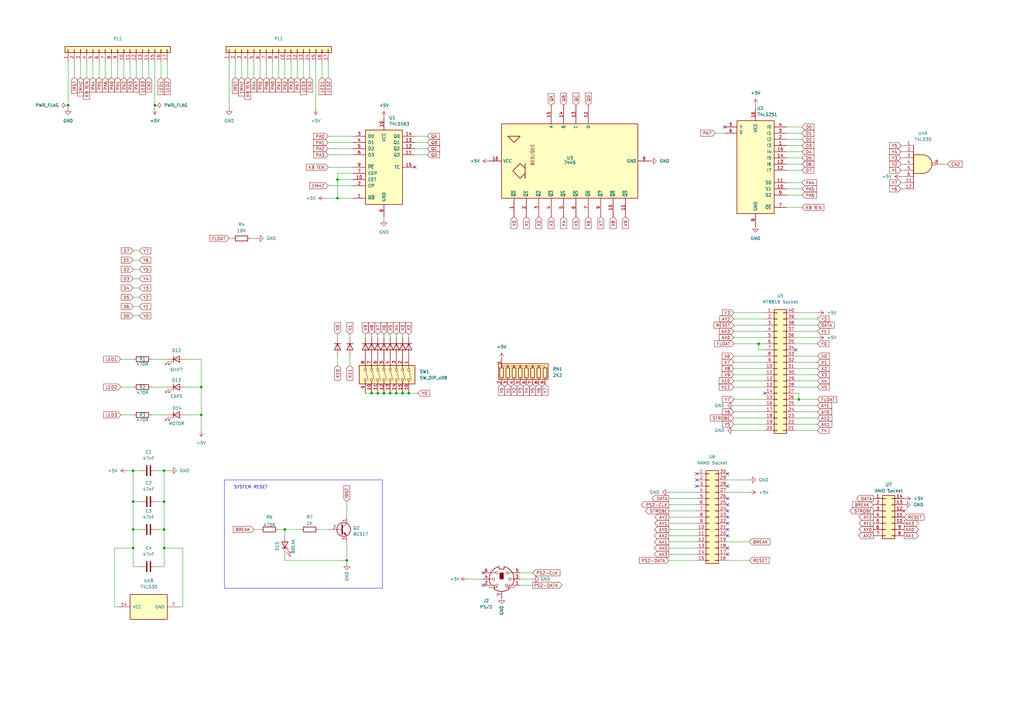
<source format=kicad_sch>
(kicad_sch (version 20231120) (generator "eeschema") (generator_version "8.0")
  (paper "A3")
  (junction (at 54.61 205.74))
  (junction (at 54.61 193.04))
  (junction (at 63.5 43.18))
  (junction (at 157.48 161.29))
  (junction (at 327.66 163.83))
  (junction (at 54.61 217.17))
  (junction (at 82.55 170.18))
  (junction (at 54.61 224.79))
  (junction (at 67.31 224.79))
  (junction (at 27.94 43.18))
  (junction (at 82.55 158.75))
  (junction (at 138.43 73.66))
  (junction (at 311.15 140.97))
  (junction (at 152.4 161.29))
  (junction (at 67.31 193.04))
  (junction (at 167.64 161.29))
  (junction (at 165.1 161.29))
  (junction (at 116.84 217.17))
  (junction (at 160.02 161.29))
  (junction (at 162.56 161.29))
  (junction (at 154.94 161.29))
  (junction (at 67.31 205.74))
  (junction (at 142.24 229.87))
  (junction (at 138.43 81.28))
  (junction (at 67.31 217.17))
  (no_connect (at 198.12 240.03))
  (no_connect (at 370.84 209.55))
  (no_connect (at 298.45 217.17))
  (no_connect (at 298.45 219.71))
  (no_connect (at 313.69 161.29))
  (no_connect (at 285.75 196.85))
  (no_connect (at 285.75 194.31))
  (no_connect (at 285.75 199.39))
  (no_connect (at 298.45 199.39))
  (no_connect (at 298.45 194.31))
  (no_connect (at 298.45 204.47))
  (no_connect (at 198.12 234.95))
  (no_connect (at 170.18 68.58))
  (no_connect (at 298.45 227.33))
  (no_connect (at 298.45 224.79))
  (no_connect (at 298.45 212.09))
  (no_connect (at 298.45 214.63))
  (no_connect (at 298.45 209.55))
  (no_connect (at 298.45 207.01))
  (no_connect (at 297.18 52.07))
  (no_connect (at 326.39 143.51))
  (wire (pts (xy 327.66 163.83) (xy 326.39 163.83)))
  (wire (pts (xy 134.62 76.2) (xy 144.78 76.2)))
  (wire (pts (xy 311.15 140.97) (xy 313.69 140.97)))
  (wire (pts (xy 130.81 217.17) (xy 134.62 217.17)))
  (wire (pts (xy 104.14 217.17) (xy 106.68 217.17)))
  (wire (pts (xy 322.58 52.07) (xy 328.93 52.07)))
  (wire (pts (xy 38.1 25.4) (xy 38.1 31.75)))
  (wire (pts (xy 134.62 60.96) (xy 144.78 60.96)))
  (wire (pts (xy 369.57 77.47) (xy 370.84 77.47)))
  (wire (pts (xy 326.39 166.37) (xy 335.28 166.37)))
  (wire (pts (xy 322.58 54.61) (xy 328.93 54.61)))
  (wire (pts (xy 55.88 25.4) (xy 55.88 31.75)))
  (wire (pts (xy 67.31 217.17) (xy 67.31 224.79)))
  (wire (pts (xy 326.39 128.27) (xy 335.28 128.27)))
  (wire (pts (xy 124.46 25.4) (xy 124.46 31.75)))
  (wire (pts (xy 326.39 176.53) (xy 335.28 176.53)))
  (wire (pts (xy 54.61 118.11) (xy 57.15 118.11)))
  (wire (pts (xy 35.56 25.4) (xy 35.56 31.75)))
  (wire (pts (xy 369.57 74.93) (xy 370.84 74.93)))
  (wire (pts (xy 63.5 25.4) (xy 63.5 43.18)))
  (wire (pts (xy 298.45 196.85) (xy 307.34 196.85)))
  (wire (pts (xy 116.84 229.87) (xy 142.24 229.87)))
  (wire (pts (xy 30.48 25.4) (xy 30.48 31.75)))
  (wire (pts (xy 54.61 217.17) (xy 57.15 217.17)))
  (wire (pts (xy 67.31 193.04) (xy 67.31 205.74)))
  (wire (pts (xy 64.77 205.74) (xy 67.31 205.74)))
  (wire (pts (xy 369.57 64.77) (xy 370.84 64.77)))
  (wire (pts (xy 54.61 205.74) (xy 57.15 205.74)))
  (wire (pts (xy 274.32 224.79) (xy 285.75 224.79)))
  (wire (pts (xy 121.92 25.4) (xy 121.92 31.75)))
  (wire (pts (xy 160.02 161.29) (xy 162.56 161.29)))
  (wire (pts (xy 300.99 135.89) (xy 313.69 135.89)))
  (wire (pts (xy 300.99 153.67) (xy 313.69 153.67)))
  (wire (pts (xy 274.32 204.47) (xy 285.75 204.47)))
  (wire (pts (xy 300.99 138.43) (xy 313.69 138.43)))
  (wire (pts (xy 300.99 128.27) (xy 313.69 128.27)))
  (wire (pts (xy 149.86 137.16) (xy 149.86 138.43)))
  (wire (pts (xy 54.61 193.04) (xy 57.15 193.04)))
  (wire (pts (xy 322.58 57.15) (xy 328.93 57.15)))
  (wire (pts (xy 300.99 146.05) (xy 313.69 146.05)))
  (wire (pts (xy 322.58 59.69) (xy 328.93 59.69)))
  (wire (pts (xy 82.55 158.75) (xy 82.55 170.18)))
  (wire (pts (xy 54.61 129.54) (xy 57.15 129.54)))
  (wire (pts (xy 300.99 173.99) (xy 313.69 173.99)))
  (wire (pts (xy 326.39 133.35) (xy 335.28 133.35)))
  (wire (pts (xy 327.66 161.29) (xy 327.66 163.83)))
  (wire (pts (xy 27.94 25.4) (xy 27.94 43.18)))
  (wire (pts (xy 322.58 74.93) (xy 328.93 74.93)))
  (wire (pts (xy 300.99 163.83) (xy 313.69 163.83)))
  (wire (pts (xy 49.53 170.18) (xy 54.61 170.18)))
  (wire (pts (xy 76.2 147.32) (xy 82.55 147.32)))
  (wire (pts (xy 274.32 229.87) (xy 285.75 229.87)))
  (wire (pts (xy 326.39 135.89) (xy 335.28 135.89)))
  (wire (pts (xy 49.53 147.32) (xy 54.61 147.32)))
  (wire (pts (xy 76.2 170.18) (xy 82.55 170.18)))
  (wire (pts (xy 134.62 63.5) (xy 144.78 63.5)))
  (wire (pts (xy 138.43 71.12) (xy 138.43 73.66)))
  (wire (pts (xy 213.36 234.95) (xy 218.44 234.95)))
  (wire (pts (xy 142.24 229.87) (xy 142.24 231.14)))
  (wire (pts (xy 138.43 73.66) (xy 144.78 73.66)))
  (wire (pts (xy 298.45 201.93) (xy 307.34 201.93)))
  (wire (pts (xy 138.43 137.16) (xy 138.43 138.43)))
  (wire (pts (xy 60.96 25.4) (xy 60.96 31.75)))
  (wire (pts (xy 133.35 81.28) (xy 138.43 81.28)))
  (wire (pts (xy 322.58 64.77) (xy 328.93 64.77)))
  (wire (pts (xy 129.54 25.4) (xy 129.54 44.45)))
  (wire (pts (xy 165.1 137.16) (xy 165.1 138.43)))
  (wire (pts (xy 45.72 25.4) (xy 45.72 31.75)))
  (wire (pts (xy 162.56 137.16) (xy 162.56 138.43)))
  (wire (pts (xy 162.56 161.29) (xy 165.1 161.29)))
  (wire (pts (xy 274.32 217.17) (xy 285.75 217.17)))
  (wire (pts (xy 134.62 58.42) (xy 144.78 58.42)))
  (wire (pts (xy 67.31 224.79) (xy 67.31 232.41)))
  (wire (pts (xy 46.99 224.79) (xy 46.99 248.92)))
  (wire (pts (xy 311.15 143.51) (xy 313.69 143.51)))
  (wire (pts (xy 160.02 137.16) (xy 160.02 138.43)))
  (wire (pts (xy 142.24 205.74) (xy 142.24 212.09)))
  (wire (pts (xy 132.08 25.4) (xy 132.08 31.75)))
  (wire (pts (xy 74.93 224.79) (xy 67.31 224.79)))
  (wire (pts (xy 326.39 153.67) (xy 335.28 153.67)))
  (wire (pts (xy 54.61 121.92) (xy 57.15 121.92)))
  (wire (pts (xy 369.57 67.31) (xy 370.84 67.31)))
  (wire (pts (xy 386.08 67.31) (xy 388.62 67.31)))
  (wire (pts (xy 300.99 148.59) (xy 313.69 148.59)))
  (wire (pts (xy 76.2 158.75) (xy 82.55 158.75)))
  (wire (pts (xy 322.58 85.09) (xy 328.93 85.09)))
  (wire (pts (xy 52.07 193.04) (xy 54.61 193.04)))
  (wire (pts (xy 300.99 158.75) (xy 313.69 158.75)))
  (wire (pts (xy 48.26 25.4) (xy 48.26 31.75)))
  (wire (pts (xy 152.4 137.16) (xy 152.4 138.43)))
  (wire (pts (xy 114.3 217.17) (xy 116.84 217.17)))
  (wire (pts (xy 152.4 161.29) (xy 154.94 161.29)))
  (wire (pts (xy 322.58 62.23) (xy 328.93 62.23)))
  (wire (pts (xy 50.8 25.4) (xy 50.8 31.75)))
  (wire (pts (xy 134.62 55.88) (xy 144.78 55.88)))
  (wire (pts (xy 54.61 217.17) (xy 54.61 224.79)))
  (wire (pts (xy 143.51 137.16) (xy 143.51 138.43)))
  (wire (pts (xy 326.39 168.91) (xy 335.28 168.91)))
  (wire (pts (xy 327.66 161.29) (xy 326.39 161.29)))
  (wire (pts (xy 167.64 161.29) (xy 171.45 161.29)))
  (wire (pts (xy 74.93 248.92) (xy 73.66 248.92)))
  (wire (pts (xy 82.55 147.32) (xy 82.55 158.75)))
  (wire (pts (xy 274.32 222.25) (xy 285.75 222.25)))
  (wire (pts (xy 82.55 170.18) (xy 82.55 176.53)))
  (wire (pts (xy 138.43 73.66) (xy 138.43 81.28)))
  (wire (pts (xy 293.37 54.61) (xy 297.18 54.61)))
  (wire (pts (xy 54.61 205.74) (xy 54.61 217.17)))
  (wire (pts (xy 170.18 58.42) (xy 175.26 58.42)))
  (wire (pts (xy 99.06 25.4) (xy 99.06 31.75)))
  (wire (pts (xy 311.15 143.51) (xy 311.15 140.97)))
  (wire (pts (xy 66.04 25.4) (xy 66.04 31.75)))
  (wire (pts (xy 300.99 166.37) (xy 313.69 166.37)))
  (wire (pts (xy 369.57 59.69) (xy 370.84 59.69)))
  (wire (pts (xy 300.99 133.35) (xy 313.69 133.35)))
  (wire (pts (xy 67.31 193.04) (xy 69.85 193.04)))
  (wire (pts (xy 300.99 168.91) (xy 313.69 168.91)))
  (wire (pts (xy 326.39 171.45) (xy 335.28 171.45)))
  (wire (pts (xy 114.3 25.4) (xy 114.3 31.75)))
  (wire (pts (xy 40.64 25.4) (xy 40.64 31.75)))
  (wire (pts (xy 170.18 60.96) (xy 175.26 60.96)))
  (wire (pts (xy 58.42 25.4) (xy 58.42 31.75)))
  (wire (pts (xy 300.99 176.53) (xy 313.69 176.53)))
  (wire (pts (xy 68.58 25.4) (xy 68.58 31.75)))
  (wire (pts (xy 54.61 114.3) (xy 57.15 114.3)))
  (wire (pts (xy 300.99 130.81) (xy 313.69 130.81)))
  (wire (pts (xy 300.99 156.21) (xy 313.69 156.21)))
  (wire (pts (xy 274.32 207.01) (xy 285.75 207.01)))
  (wire (pts (xy 134.62 25.4) (xy 134.62 31.75)))
  (wire (pts (xy 274.32 214.63) (xy 285.75 214.63)))
  (wire (pts (xy 326.39 138.43) (xy 335.28 138.43)))
  (wire (pts (xy 274.32 209.55) (xy 285.75 209.55)))
  (wire (pts (xy 106.68 25.4) (xy 106.68 31.75)))
  (wire (pts (xy 138.43 81.28) (xy 144.78 81.28)))
  (wire (pts (xy 54.61 224.79) (xy 54.61 232.41)))
  (wire (pts (xy 127 25.4) (xy 127 31.75)))
  (wire (pts (xy 369.57 62.23) (xy 370.84 62.23)))
  (wire (pts (xy 142.24 222.25) (xy 142.24 229.87)))
  (wire (pts (xy 54.61 110.49) (xy 57.15 110.49)))
  (wire (pts (xy 67.31 205.74) (xy 67.31 217.17)))
  (wire (pts (xy 154.94 161.29) (xy 157.48 161.29)))
  (wire (pts (xy 104.14 25.4) (xy 104.14 31.75)))
  (wire (pts (xy 149.86 161.29) (xy 152.4 161.29)))
  (wire (pts (xy 116.84 227.33) (xy 116.84 229.87)))
  (wire (pts (xy 111.76 25.4) (xy 111.76 31.75)))
  (wire (pts (xy 102.87 97.79) (xy 105.41 97.79)))
  (wire (pts (xy 300.99 171.45) (xy 313.69 171.45)))
  (wire (pts (xy 33.02 25.4) (xy 33.02 31.75)))
  (wire (pts (xy 326.39 173.99) (xy 335.28 173.99)))
  (wire (pts (xy 165.1 161.29) (xy 167.64 161.29)))
  (wire (pts (xy 157.48 137.16) (xy 157.48 138.43)))
  (wire (pts (xy 154.94 137.16) (xy 154.94 138.43)))
  (wire (pts (xy 170.18 55.88) (xy 175.26 55.88)))
  (wire (pts (xy 213.36 237.49) (xy 218.44 237.49)))
  (wire (pts (xy 93.98 97.79) (xy 95.25 97.79)))
  (wire (pts (xy 64.77 217.17) (xy 67.31 217.17)))
  (wire (pts (xy 167.64 137.16) (xy 167.64 138.43)))
  (wire (pts (xy 191.77 237.49) (xy 198.12 237.49)))
  (wire (pts (xy 274.32 212.09) (xy 285.75 212.09)))
  (wire (pts (xy 322.58 69.85) (xy 328.93 69.85)))
  (wire (pts (xy 93.98 25.4) (xy 93.98 44.45)))
  (wire (pts (xy 326.39 146.05) (xy 335.28 146.05)))
  (wire (pts (xy 322.58 80.01) (xy 328.93 80.01)))
  (wire (pts (xy 63.5 43.18) (xy 63.5 44.45)))
  (wire (pts (xy 54.61 125.73) (xy 57.15 125.73)))
  (wire (pts (xy 27.94 43.18) (xy 27.94 44.45)))
  (wire (pts (xy 327.66 163.83) (xy 335.28 163.83)))
  (wire (pts (xy 46.99 248.92) (xy 48.26 248.92)))
  (wire (pts (xy 54.61 193.04) (xy 54.61 205.74)))
  (wire (pts (xy 157.48 161.29) (xy 160.02 161.29)))
  (wire (pts (xy 143.51 146.05) (xy 143.51 149.86)))
  (wire (pts (xy 300.99 140.97) (xy 311.15 140.97)))
  (wire (pts (xy 116.84 217.17) (xy 123.19 217.17)))
  (wire (pts (xy 54.61 106.68) (xy 57.15 106.68)))
  (wire (pts (xy 54.61 102.87) (xy 57.15 102.87)))
  (wire (pts (xy 326.39 148.59) (xy 335.28 148.59)))
  (wire (pts (xy 134.62 68.58) (xy 144.78 68.58)))
  (wire (pts (xy 369.57 69.85) (xy 370.84 69.85)))
  (wire (pts (xy 49.53 158.75) (xy 54.61 158.75)))
  (wire (pts (xy 74.93 248.92) (xy 74.93 224.79)))
  (wire (pts (xy 298.45 229.87) (xy 307.34 229.87)))
  (wire (pts (xy 138.43 146.05) (xy 138.43 149.86)))
  (wire (pts (xy 274.32 219.71) (xy 285.75 219.71)))
  (wire (pts (xy 274.32 201.93) (xy 285.75 201.93)))
  (wire (pts (xy 170.18 63.5) (xy 175.26 63.5)))
  (wire (pts (xy 326.39 158.75) (xy 335.28 158.75)))
  (wire (pts (xy 119.38 25.4) (xy 119.38 31.75)))
  (wire (pts (xy 298.45 222.25) (xy 307.34 222.25)))
  (wire (pts (xy 62.23 158.75) (xy 68.58 158.75)))
  (wire (pts (xy 64.77 193.04) (xy 67.31 193.04)))
  (wire (pts (xy 96.52 25.4) (xy 96.52 31.75)))
  (wire (pts (xy 62.23 170.18) (xy 68.58 170.18)))
  (wire (pts (xy 322.58 67.31) (xy 328.93 67.31)))
  (wire (pts (xy 326.39 140.97) (xy 335.28 140.97)))
  (wire (pts (xy 274.32 227.33) (xy 285.75 227.33)))
  (wire (pts (xy 64.77 232.41) (xy 67.31 232.41)))
  (wire (pts (xy 116.84 219.71) (xy 116.84 217.17)))
  (wire (pts (xy 101.6 25.4) (xy 101.6 31.75)))
  (wire (pts (xy 43.18 25.4) (xy 43.18 31.75)))
  (wire (pts (xy 144.78 71.12) (xy 138.43 71.12)))
  (wire (pts (xy 326.39 130.81) (xy 335.28 130.81)))
  (wire (pts (xy 157.48 88.9) (xy 157.48 90.17)))
  (wire (pts (xy 53.34 25.4) (xy 53.34 31.75)))
  (wire (pts (xy 109.22 25.4) (xy 109.22 31.75)))
  (wire (pts (xy 309.88 43.18) (xy 309.88 44.45)))
  (wire (pts (xy 326.39 156.21) (xy 335.28 156.21)))
  (wire (pts (xy 326.39 151.13) (xy 335.28 151.13)))
  (wire (pts (xy 62.23 147.32) (xy 68.58 147.32)))
  (wire (pts (xy 213.36 240.03) (xy 218.44 240.03)))
  (wire (pts (xy 57.15 232.41) (xy 54.61 232.41)))
  (wire (pts (xy 322.58 77.47) (xy 328.93 77.47)))
  (wire (pts (xy 116.84 25.4) (xy 116.84 31.75)))
  (wire (pts (xy 46.99 224.79) (xy 54.61 224.79)))
  (wire (pts (xy 300.99 151.13) (xy 313.69 151.13)))
  (wire (pts (xy 369.57 72.39) (xy 370.84 72.39)))
  (rectangle (start 92.075 196.85) (end 156.845 241.3))
  (text "SYSTEM RESET" (at 95.885 200.66 0) (effects (font (size 1.27 1.27)) (justify left bottom)))
  (global_label "X11" (shape input) (at 300.99 158.75 180) (property "Intersheetrefs" "${INTERSHEET_REFS}" (effects (hide yes))))
  (global_label "CA2" (shape input) (at 127 31.75 270) (property "Intersheetrefs" "${INTERSHEET_REFS}" (effects (hide yes))))
  (global_label "PA7" (shape input) (at 55.88 31.75 270) (property "Intersheetrefs" "${INTERSHEET_REFS}" (effects (hide yes))))
  (global_label "AY1" (shape output) (at 358.14 214.63 180) (property "Intersheetrefs" "${INTERSHEET_REFS}" (effects (hide yes))))
  (global_label "AX1" (shape output) (at 370.84 219.71 0) (property "Intersheetrefs" "${INTERSHEET_REFS}" (effects (hide yes))))
  (global_label "CA2" (shape input) (at 388.62 67.31 0) (property "Intersheetrefs" "${INTERSHEET_REFS}" (effects (hide yes))))
  (global_label "AY2" (shape output) (at 274.32 212.09 180) (property "Intersheetrefs" "${INTERSHEET_REFS}" (effects (hide yes))))
  (global_label "Y2" (shape input) (at 57.15 121.92 0) (property "Intersheetrefs" "${INTERSHEET_REFS}" (effects (hide yes))))
  (global_label "QA" (shape input) (at 175.26 55.88 0) (property "Intersheetrefs" "${INTERSHEET_REFS}" (effects (hide yes))))
  (global_label "LED2" (shape input) (at 49.53 158.75 180) (property "Intersheetrefs" "${INTERSHEET_REFS}" (effects (hide yes))))
  (global_label "Y7" (shape input) (at 369.57 74.93 180) (property "Intersheetrefs" "${INTERSHEET_REFS}" (effects (hide yes))))
  (global_label "PA6" (shape input) (at 43.18 31.75 270) (property "Intersheetrefs" "${INTERSHEET_REFS}" (effects (hide yes))))
  (global_label "X2" (shape input) (at 220.98 88.9 270) (property "Intersheetrefs" "${INTERSHEET_REFS}" (effects (hide yes))))
  (global_label "X10" (shape input) (at 138.43 149.86 270) (property "Intersheetrefs" "${INTERSHEET_REFS}" (effects (hide yes))))
  (global_label "Y2" (shape input) (at 369.57 67.31 180) (property "Intersheetrefs" "${INTERSHEET_REFS}" (effects (hide yes))))
  (global_label "QC" (shape input) (at 236.22 43.18 90) (property "Intersheetrefs" "${INTERSHEET_REFS}" (effects (hide yes))))
  (global_label "DATA" (shape input) (at 335.28 133.35 0) (property "Intersheetrefs" "${INTERSHEET_REFS}" (effects (hide yes))))
  (global_label "Y1" (shape input) (at 57.15 125.73 0) (property "Intersheetrefs" "${INTERSHEET_REFS}" (effects (hide yes))))
  (global_label "!RST" (shape input) (at 30.48 31.75 270) (property "Intersheetrefs" "${INTERSHEET_REFS}" (effects (hide yes))))
  (global_label "STROBE" (shape input) (at 300.99 171.45 180) (property "Intersheetrefs" "${INTERSHEET_REFS}" (effects (hide yes))))
  (global_label "RESET" (shape input) (at 307.34 229.87 0) (property "Intersheetrefs" "${INTERSHEET_REFS}" (effects (hide yes))))
  (global_label "LED1" (shape input) (at 66.04 31.75 270) (property "Intersheetrefs" "${INTERSHEET_REFS}" (effects (hide yes))))
  (global_label "Y7" (shape input) (at 223.52 157.48 270) (property "Intersheetrefs" "${INTERSHEET_REFS}" (effects (hide yes))))
  (global_label "QD" (shape input) (at 241.3 43.18 90) (property "Intersheetrefs" "${INTERSHEET_REFS}" (effects (hide yes))))
  (global_label "Y1" (shape input) (at 369.57 69.85 180) (property "Intersheetrefs" "${INTERSHEET_REFS}" (effects (hide yes))))
  (global_label "X3" (shape input) (at 335.28 153.67 0) (property "Intersheetrefs" "${INTERSHEET_REFS}" (effects (hide yes))))
  (global_label "D7" (shape input) (at 328.93 69.85 0) (property "Intersheetrefs" "${INTERSHEET_REFS}" (effects (hide yes))))
  (global_label "X0" (shape input) (at 210.82 88.9 270) (property "Intersheetrefs" "${INTERSHEET_REFS}" (effects (hide yes))))
  (global_label "AY0" (shape output) (at 274.32 217.17 180) (property "Intersheetrefs" "${INTERSHEET_REFS}" (effects (hide yes))))
  (global_label "BREAK" (shape input) (at 307.34 222.25 0) (property "Intersheetrefs" "${INTERSHEET_REFS}" (effects (hide yes))))
  (global_label "D1" (shape input) (at 328.93 54.61 0) (property "Intersheetrefs" "${INTERSHEET_REFS}" (effects (hide yes))))
  (global_label "AX2" (shape output) (at 274.32 219.71 180) (property "Intersheetrefs" "${INTERSHEET_REFS}" (effects (hide yes))))
  (global_label "X6" (shape input) (at 157.48 137.16 90) (property "Intersheetrefs" "${INTERSHEET_REFS}" (effects (hide yes))))
  (global_label "AX2" (shape input) (at 335.28 171.45 0) (property "Intersheetrefs" "${INTERSHEET_REFS}" (effects (hide yes))))
  (global_label "FLOAT" (shape input) (at 335.28 163.83 0) (property "Intersheetrefs" "${INTERSHEET_REFS}" (effects (hide yes))))
  (global_label "FLOAT" (shape input) (at 93.98 97.79 180) (property "Intersheetrefs" "${INTERSHEET_REFS}" (effects (hide yes))))
  (global_label "Y1" (shape input) (at 335.28 135.89 0) (property "Intersheetrefs" "${INTERSHEET_REFS}" (effects (hide yes))))
  (global_label "D6" (shape input) (at 54.61 125.73 180) (property "Intersheetrefs" "${INTERSHEET_REFS}" (effects (hide yes))))
  (global_label "PA2" (shape input) (at 116.84 31.75 270) (property "Intersheetrefs" "${INTERSHEET_REFS}" (effects (hide yes))))
  (global_label "X9" (shape input) (at 256.54 88.9 270) (property "Intersheetrefs" "${INTERSHEET_REFS}" (effects (hide yes))))
  (global_label "AX3" (shape output) (at 370.84 214.63 0) (property "Intersheetrefs" "${INTERSHEET_REFS}" (effects (hide yes))))
  (global_label "DATA" (shape output) (at 274.32 204.47 180) (property "Intersheetrefs" "${INTERSHEET_REFS}" (effects (hide yes))))
  (global_label "PA5" (shape input) (at 40.64 31.75 270) (property "Intersheetrefs" "${INTERSHEET_REFS}" (effects (hide yes))))
  (global_label "PA0" (shape input) (at 111.76 31.75 270) (property "Intersheetrefs" "${INTERSHEET_REFS}" (effects (hide yes))))
  (global_label "X11" (shape input) (at 143.51 149.86 270) (property "Intersheetrefs" "${INTERSHEET_REFS}" (effects (hide yes))))
  (global_label "Y3" (shape input) (at 369.57 64.77 180) (property "Intersheetrefs" "${INTERSHEET_REFS}" (effects (hide yes))))
  (global_label "KB !EN" (shape input) (at 328.93 85.09 0) (property "Intersheetrefs" "${INTERSHEET_REFS}" (effects (hide yes))))
  (global_label "LED1" (shape input) (at 49.53 147.32 180) (property "Intersheetrefs" "${INTERSHEET_REFS}" (effects (hide yes))))
  (global_label "PA0" (shape input) (at 45.72 31.75 270) (property "Intersheetrefs" "${INTERSHEET_REFS}" (effects (hide yes))))
  (global_label "LED2" (shape input) (at 134.62 31.75 270) (property "Intersheetrefs" "${INTERSHEET_REFS}" (effects (hide yes))))
  (global_label "Y6" (shape input) (at 220.98 157.48 270) (property "Intersheetrefs" "${INTERSHEET_REFS}" (effects (hide yes))))
  (global_label "D1" (shape input) (at 54.61 106.68 180) (property "Intersheetrefs" "${INTERSHEET_REFS}" (effects (hide yes))))
  (global_label "PA0" (shape input) (at 134.62 55.88 180) (property "Intersheetrefs" "${INTERSHEET_REFS}" (effects (hide yes))))
  (global_label "LED3" (shape input) (at 58.42 31.75 270) (property "Intersheetrefs" "${INTERSHEET_REFS}" (effects (hide yes))))
  (global_label "PS2-DATA" (shape output) (at 218.44 240.03 0) (property "Intersheetrefs" "${INTERSHEET_REFS}" (effects (hide yes))))
  (global_label "PA4" (shape input) (at 328.93 74.93 0) (property "Intersheetrefs" "${INTERSHEET_REFS}" (effects (hide yes))))
  (global_label "AY1" (shape output) (at 274.32 214.63 180) (property "Intersheetrefs" "${INTERSHEET_REFS}" (effects (hide yes))))
  (global_label "PA1" (shape input) (at 48.26 31.75 270) (property "Intersheetrefs" "${INTERSHEET_REFS}" (effects (hide yes))))
  (global_label "AX2" (shape output) (at 358.14 219.71 180) (property "Intersheetrefs" "${INTERSHEET_REFS}" (effects (hide yes))))
  (global_label "CA2" (shape input) (at 60.96 31.75 270) (property "Intersheetrefs" "${INTERSHEET_REFS}" (effects (hide yes))))
  (global_label "Y0" (shape input) (at 171.45 161.29 0) (property "Intersheetrefs" "${INTERSHEET_REFS}" (effects (hide yes))))
  (global_label "X3" (shape input) (at 165.1 137.16 90) (property "Intersheetrefs" "${INTERSHEET_REFS}" (effects (hide yes))))
  (global_label "PA1" (shape input) (at 134.62 58.42 180) (property "Intersheetrefs" "${INTERSHEET_REFS}" (effects (hide yes))))
  (global_label "D0" (shape input) (at 328.93 52.07 0) (property "Intersheetrefs" "${INTERSHEET_REFS}" (effects (hide yes))))
  (global_label "PA7" (shape input) (at 121.92 31.75 270) (property "Intersheetrefs" "${INTERSHEET_REFS}" (effects (hide yes))))
  (global_label "AX1" (shape input) (at 335.28 173.99 0) (property "Intersheetrefs" "${INTERSHEET_REFS}" (effects (hide yes))))
  (global_label "AX0" (shape output) (at 274.32 224.79 180) (property "Intersheetrefs" "${INTERSHEET_REFS}" (effects (hide yes))))
  (global_label "1MHZ" (shape input) (at 33.02 31.75 270) (property "Intersheetrefs" "${INTERSHEET_REFS}" (effects (hide yes))))
  (global_label "LED1" (shape input) (at 132.08 31.75 270) (property "Intersheetrefs" "${INTERSHEET_REFS}" (effects (hide yes))))
  (global_label "STROBE" (shape output) (at 274.32 209.55 180) (property "Intersheetrefs" "${INTERSHEET_REFS}" (effects (hide yes))))
  (global_label "1MHZ" (shape input) (at 134.62 76.2 180) (property "Intersheetrefs" "${INTERSHEET_REFS}" (effects (hide yes))))
  (global_label "KB !EN" (shape input) (at 35.56 31.75 270) (property "Intersheetrefs" "${INTERSHEET_REFS}" (effects (hide yes))))
  (global_label "STROBE" (shape output) (at 358.14 209.55 180) (property "Intersheetrefs" "${INTERSHEET_REFS}" (effects (hide yes))))
  (global_label "Y5" (shape input) (at 300.99 173.99 180) (property "Intersheetrefs" "${INTERSHEET_REFS}" (effects (hide yes))))
  (global_label "!RST" (shape input) (at 96.52 31.75 270) (property "Intersheetrefs" "${INTERSHEET_REFS}" (effects (hide yes))))
  (global_label "Y3" (shape input) (at 213.36 157.48 270) (property "Intersheetrefs" "${INTERSHEET_REFS}" (effects (hide yes))))
  (global_label "Y3" (shape input) (at 57.15 118.11 0) (property "Intersheetrefs" "${INTERSHEET_REFS}" (effects (hide yes))))
  (global_label "QB" (shape input) (at 175.26 58.42 0) (property "Intersheetrefs" "${INTERSHEET_REFS}" (effects (hide yes))))
  (global_label "LED3" (shape input) (at 124.46 31.75 270) (property "Intersheetrefs" "${INTERSHEET_REFS}" (effects (hide yes))))
  (global_label "X9" (shape input) (at 300.99 153.67 180) (property "Intersheetrefs" "${INTERSHEET_REFS}" (effects (hide yes))))
  (global_label "X8" (shape input) (at 152.4 137.16 90) (property "Intersheetrefs" "${INTERSHEET_REFS}" (effects (hide yes))))
  (global_label "AY0" (shape output) (at 358.14 217.17 180) (property "Intersheetrefs" "${INTERSHEET_REFS}" (effects (hide yes))))
  (global_label "X7" (shape input) (at 154.94 137.16 90) (property "Intersheetrefs" "${INTERSHEET_REFS}" (effects (hide yes))))
  (global_label "AX1" (shape output) (at 274.32 222.25 180) (property "Intersheetrefs" "${INTERSHEET_REFS}" (effects (hide yes))))
  (global_label "PA6" (shape input) (at 109.22 31.75 270) (property "Intersheetrefs" "${INTERSHEET_REFS}" (effects (hide yes))))
  (global_label "LED2" (shape input) (at 68.58 31.75 270) (property "Intersheetrefs" "${INTERSHEET_REFS}" (effects (hide yes))))
  (global_label "Y2" (shape input) (at 335.28 130.81 0) (property "Intersheetrefs" "${INTERSHEET_REFS}" (effects (hide yes))))
  (global_label "QB" (shape input) (at 231.14 43.18 90) (property "Intersheetrefs" "${INTERSHEET_REFS}" (effects (hide yes))))
  (global_label "X1" (shape input) (at 143.51 137.16 90) (property "Intersheetrefs" "${INTERSHEET_REFS}" (effects (hide yes))))
  (global_label "PA2" (shape input) (at 134.62 60.96 180) (property "Intersheetrefs" "${INTERSHEET_REFS}" (effects (hide yes))))
  (global_label "AX3" (shape input) (at 300.99 135.89 180) (property "Intersheetrefs" "${INTERSHEET_REFS}" (effects (hide yes))))
  (global_label "X5" (shape input) (at 160.02 137.16 90) (property "Intersheetrefs" "${INTERSHEET_REFS}" (effects (hide yes))))
  (global_label "AY2" (shape input) (at 300.99 130.81 180) (property "Intersheetrefs" "${INTERSHEET_REFS}" (effects (hide yes))))
  (global_label "Y6" (shape input) (at 369.57 77.47 180) (property "Intersheetrefs" "${INTERSHEET_REFS}" (effects (hide yes))))
  (global_label "Y2" (shape input) (at 210.82 157.48 270) (property "Intersheetrefs" "${INTERSHEET_REFS}" (effects (hide yes))))
  (global_label "PS2-DATA" (shape input) (at 274.32 229.87 180) (property "Intersheetrefs" "${INTERSHEET_REFS}" (effects (hide yes))))
  (global_label "D5" (shape input) (at 54.61 121.92 180) (property "Intersheetrefs" "${INTERSHEET_REFS}" (effects (hide yes))))
  (global_label "PA5" (shape input) (at 106.68 31.75 270) (property "Intersheetrefs" "${INTERSHEET_REFS}" (effects (hide yes))))
  (global_label "!RST" (shape input) (at 142.24 205.74 90) (property "Intersheetrefs" "${INTERSHEET_REFS}" (effects (hide yes))))
  (global_label "BREAK" (shape input) (at 358.14 207.01 180) (property "Intersheetrefs" "${INTERSHEET_REFS}" (effects (hide yes))))
  (global_label "Y5" (shape input) (at 218.44 157.48 270) (property "Intersheetrefs" "${INTERSHEET_REFS}" (effects (hide yes))))
  (global_label "X5" (shape input) (at 236.22 88.9 270) (property "Intersheetrefs" "${INTERSHEET_REFS}" (effects (hide yes))))
  (global_label "KB !EN" (shape input) (at 134.62 68.58 180) (property "Intersheetrefs" "${INTERSHEET_REFS}" (effects (hide yes))))
  (global_label "PS2-CLK" (shape input) (at 218.44 234.95 0) (property "Intersheetrefs" "${INTERSHEET_REFS}" (effects (hide yes))))
  (global_label "D4" (shape input) (at 54.61 118.11 180) (property "Intersheetrefs" "${INTERSHEET_REFS}" (effects (hide yes))))
  (global_label "DATA" (shape output) (at 358.14 204.47 180) (property "Intersheetrefs" "${INTERSHEET_REFS}" (effects (hide yes))))
  (global_label "Y5" (shape input) (at 57.15 110.49 0) (property "Intersheetrefs" "${INTERSHEET_REFS}" (effects (hide yes))))
  (global_label "Y7" (shape input) (at 57.15 102.87 0) (property "Intersheetrefs" "${INTERSHEET_REFS}" (effects (hide yes))))
  (global_label "Y4" (shape input) (at 335.28 176.53 0) (property "Intersheetrefs" "${INTERSHEET_REFS}" (effects (hide yes))))
  (global_label "X2" (shape input) (at 335.28 151.13 0) (property "Intersheetrefs" "${INTERSHEET_REFS}" (effects (hide yes))))
  (global_label "PA6" (shape input) (at 328.93 80.01 0) (property "Intersheetrefs" "${INTERSHEET_REFS}" (effects (hide yes))))
  (global_label "X7" (shape input) (at 246.38 88.9 270) (property "Intersheetrefs" "${INTERSHEET_REFS}" (effects (hide yes))))
  (global_label "RESET" (shape input) (at 370.84 212.09 0) (property "Intersheetrefs" "${INTERSHEET_REFS}" (effects (hide yes))))
  (global_label "D2" (shape input) (at 328.93 57.15 0) (property "Intersheetrefs" "${INTERSHEET_REFS}" (effects (hide yes))))
  (global_label "KB !EN" (shape input) (at 101.6 31.75 270) (property "Intersheetrefs" "${INTERSHEET_REFS}" (effects (hide yes))))
  (global_label "AY1" (shape input) (at 335.28 166.37 0) (property "Intersheetrefs" "${INTERSHEET_REFS}" (effects (hide yes))))
  (global_label "D3" (shape input) (at 328.93 59.69 0) (property "Intersheetrefs" "${INTERSHEET_REFS}" (effects (hide yes))))
  (global_label "BREAK" (shape input) (at 104.14 217.17 180) (property "Intersheetrefs" "${INTERSHEET_REFS}" (effects (hide yes))))
  (global_label "Y6" (shape input) (at 57.15 106.68 0) (property "Intersheetrefs" "${INTERSHEET_REFS}" (effects (hide yes))))
  (global_label "AX0" (shape output) (at 370.84 217.17 0) (property "Intersheetrefs" "${INTERSHEET_REFS}" (effects (hide yes))))
  (global_label "Y4" (shape input) (at 215.9 157.48 270) (property "Intersheetrefs" "${INTERSHEET_REFS}" (effects (hide yes))))
  (global_label "D2" (shape input) (at 54.61 110.49 180) (property "Intersheetrefs" "${INTERSHEET_REFS}" (effects (hide yes))))
  (global_label "Y4" (shape input) (at 57.15 114.3 0) (property "Intersheetrefs" "${INTERSHEET_REFS}" (effects (hide yes))))
  (global_label "AY2" (shape output) (at 358.14 212.09 180) (property "Intersheetrefs" "${INTERSHEET_REFS}" (effects (hide yes))))
  (global_label "QC" (shape input) (at 175.26 60.96 0) (property "Intersheetrefs" "${INTERSHEET_REFS}" (effects (hide yes))))
  (global_label "PA4" (shape input) (at 104.14 31.75 270) (property "Intersheetrefs" "${INTERSHEET_REFS}" (effects (hide yes))))
  (global_label "PA3" (shape input) (at 119.38 31.75 270) (property "Intersheetrefs" "${INTERSHEET_REFS}" (effects (hide yes))))
  (global_label "D4" (shape input) (at 328.93 62.23 0) (property "Intersheetrefs" "${INTERSHEET_REFS}" (effects (hide yes))))
  (global_label "X6" (shape input) (at 241.3 88.9 270) (property "Intersheetrefs" "${INTERSHEET_REFS}" (effects (hide yes))))
  (global_label "QA" (shape input) (at 226.06 43.18 90) (property "Intersheetrefs" "${INTERSHEET_REFS}" (effects (hide yes))))
  (global_label "X0" (shape input) (at 138.43 137.16 90) (property "Intersheetrefs" "${INTERSHEET_REFS}" (effects (hide yes))))
  (global_label "D6" (shape input) (at 328.93 67.31 0) (property "Intersheetrefs" "${INTERSHEET_REFS}" (effects (hide yes))))
  (global_label "X5" (shape input) (at 335.28 158.75 0) (property "Intersheetrefs" "${INTERSHEET_REFS}" (effects (hide yes))))
  (global_label "LED3" (shape input) (at 49.53 170.18 180) (property "Intersheetrefs" "${INTERSHEET_REFS}" (effects (hide yes))))
  (global_label "X1" (shape input) (at 215.9 88.9 270) (property "Intersheetrefs" "${INTERSHEET_REFS}" (effects (hide yes))))
  (global_label "RESET" (shape input) (at 300.99 133.35 180) (property "Intersheetrefs" "${INTERSHEET_REFS}" (effects (hide yes))))
  (global_label "PA3" (shape input) (at 134.62 63.5 180) (property "Intersheetrefs" "${INTERSHEET_REFS}" (effects (hide yes))))
  (global_label "Y0" (shape input) (at 335.28 140.97 0) (property "Intersheetrefs" "${INTERSHEET_REFS}" (effects (hide yes))))
  (global_label "Y0" (shape input) (at 57.15 129.54 0) (property "Intersheetrefs" "${INTERSHEET_REFS}" (effects (hide yes))))
  (global_label "PA4" (shape input) (at 38.1 31.75 270) (property "Intersheetrefs" "${INTERSHEET_REFS}" (effects (hide yes))))
  (global_label "PA1" (shape input) (at 114.3 31.75 270) (property "Intersheetrefs" "${INTERSHEET_REFS}" (effects (hide yes))))
  (global_label "X2" (shape input) (at 167.64 137.16 90) (property "Intersheetrefs" "${INTERSHEET_REFS}" (effects (hide yes))))
  (global_label "X6" (shape input) (at 300.99 146.05 180) (property "Intersheetrefs" "${INTERSHEET_REFS}" (effects (hide yes))))
  (global_label "X4" (shape input) (at 231.14 88.9 270) (property "Intersheetrefs" "${INTERSHEET_REFS}" (effects (hide yes))))
  (global_label "X10" (shape input) (at 300.99 156.21 180) (property "Intersheetrefs" "${INTERSHEET_REFS}" (effects (hide yes))))
  (global_label "X8" (shape input) (at 300.99 151.13 180) (property "Intersheetrefs" "${INTERSHEET_REFS}" (effects (hide yes))))
  (global_label "PS2-CLK" (shape output) (at 274.32 207.01 180) (property "Intersheetrefs" "${INTERSHEET_REFS}" (effects (hide yes))))
  (global_label "Y5" (shape input) (at 369.57 59.69 180) (property "Intersheetrefs" "${INTERSHEET_REFS}" (effects (hide yes))))
  (global_label "AX0" (shape input) (at 300.99 138.43 180) (property "Intersheetrefs" "${INTERSHEET_REFS}" (effects (hide yes))))
  (global_label "Y3" (shape input) (at 300.99 128.27 180) (property "Intersheetrefs" "${INTERSHEET_REFS}" (effects (hide yes))))
  (global_label "1MHZ" (shape input) (at 99.06 31.75 270) (property "Intersheetrefs" "${INTERSHEET_REFS}" (effects (hide yes))))
  (global_label "Y7" (shape input) (at 300.99 163.83 180) (property "Intersheetrefs" "${INTERSHEET_REFS}" (effects (hide yes))))
  (global_label "Y0" (shape input) (at 205.74 157.48 270) (property "Intersheetrefs" "${INTERSHEET_REFS}" (effects (hide yes))))
  (global_label "X4" (shape input) (at 162.56 137.16 90) (property "Intersheetrefs" "${INTERSHEET_REFS}" (effects (hide yes))))
  (global_label "PA2" (shape input) (at 50.8 31.75 270) (property "Intersheetrefs" "${INTERSHEET_REFS}" (effects (hide yes))))
  (global_label "PA7" (shape input) (at 293.37 54.61 180) (property "Intersheetrefs" "${INTERSHEET_REFS}" (effects (hide yes))))
  (global_label "X4" (shape input) (at 335.28 156.21 0) (property "Intersheetrefs" "${INTERSHEET_REFS}" (effects (hide yes))))
  (global_label "AX3" (shape output) (at 274.32 227.33 180) (property "Intersheetrefs" "${INTERSHEET_REFS}" (effects (hide yes))))
  (global_label "PA5" (shape input) (at 328.93 77.47 0) (property "Intersheetrefs" "${INTERSHEET_REFS}" (effects (hide yes))))
  (global_label "PA3" (shape input) (at 53.34 31.75 270) (property "Intersheetrefs" "${INTERSHEET_REFS}" (effects (hide yes))))
  (global_label "X8" (shape input) (at 251.46 88.9 270) (property "Intersheetrefs" "${INTERSHEET_REFS}" (effects (hide yes))))
  (global_label "Y1" (shape input) (at 208.28 157.48 270) (property "Intersheetrefs" "${INTERSHEET_REFS}" (effects (hide yes))))
  (global_label "Y6" (shape input) (at 300.99 168.91 180) (property "Intersheetrefs" "${INTERSHEET_REFS}" (effects (hide yes))))
  (global_label "X9" (shape input) (at 149.86 137.16 90) (property "Intersheetrefs" "${INTERSHEET_REFS}" (effects (hide yes))))
  (global_label "D3" (shape input) (at 54.61 114.3 180) (property "Intersheetrefs" "${INTERSHEET_REFS}" (effects (hide yes))))
  (global_label "X7" (shape input) (at 300.99 148.59 180) (property "Intersheetrefs" "${INTERSHEET_REFS}" (effects (hide yes))))
  (global_label "D0" (shape input) (at 54.61 129.54 180) (property "Intersheetrefs" "${INTERSHEET_REFS}" (effects (hide yes))))
  (global_label "QD" (shape input) (at 175.26 63.5 0) (property "Intersheetrefs" "${INTERSHEET_REFS}" (effects (hide yes))))
  (global_label "Y4" (shape input) (at 369.57 62.23 180) (property "Intersheetrefs" "${INTERSHEET_REFS}" (effects (hide yes))))
  (global_label "D5" (shape input) (at 328.93 64.77 0) (property "Intersheetrefs" "${INTERSHEET_REFS}" (effects (hide yes))))
  (global_label "X3" (shape input) (at 226.06 88.9 270) (property "Intersheetrefs" "${INTERSHEET_REFS}" (effects (hide yes))))
  (global_label "FLOAT" (shape input) (at 300.99 140.97 180) (property "Intersheetrefs" "${INTERSHEET_REFS}" (effects (hide yes))))
  (global_label "X0" (shape input) (at 335.28 146.05 0) (property "Intersheetrefs" "${INTERSHEET_REFS}" (effects (hide yes))))
  (global_label "D7" (shape input) (at 54.61 102.87 180) (property "Intersheetrefs" "${INTERSHEET_REFS}" (effects (hide yes))))
  (global_label "AY0" (shape input) (at 335.28 168.91 0) (property "Intersheetrefs" "${INTERSHEET_REFS}" (effects (hide yes))))
  (global_label "X1" (shape input) (at 335.28 148.59 0) (property "Intersheetrefs" "${INTERSHEET_REFS}" (effects (hide yes))))
  (symbol (lib_id "Device:C") (at 60.96 193.04 90) (unit 1)
    (property "Reference" "C1" (at 60.96 185.42 90))
    (property "Value" "47nF" (at 60.96 187.96 90))
    (property "Footprint" "Capacitor_THT:C_Disc_D4.3mm_W1.9mm_P5.00mm" (effects (hide yes)))
    (property "Description" "Unpolarized capacitor" (effects (hide yes)))
  )
  (symbol (lib_id "power:GND") (at 274.32 201.93 270) (unit 1)
    (property "Reference" "#PWR022" (effects (hide yes)))
    (property "Value" "GND" (at 270.51 201.9301 90) (effects (justify right)))
    (property "Description" "Power symbol creates a global label with name \"GND\" , ground" (effects (hide yes)))
  )
  (symbol (lib_id "Connector_Generic:Conn_01x17") (at 48.26 20.32 90) (unit 1)
    (property "Reference" "J1" (effects (hide yes)))
    (property "Value" "PL1" (at 48.26 15.875 90))
    (property "Footprint" "Connector_PinHeader_2.54mm:PinHeader_1x17_P2.54mm_Vertical" (effects (hide yes)))
    (property "Description" "Generic connector, single row, 01x17, script generated (kicad-library-utils/schlib/autogen/connector/)" (effects (hide yes)))
  )
  (symbol (lib_id "Device:LED") (at 72.39 147.32 0) (unit 1)
    (property "Reference" "D12" (at 72.39 143.764 0))
    (property "Value" "SHIFT" (at 72.39 151.638 0))
    (property "Footprint" "LED_THT:LED_D3.0mm" (effects (hide yes)))
    (property "Description" "Light emitting diode" (effects (hide yes)))
  )
  (symbol (lib_id "power:+5V") (at 191.77 237.49 90) (unit 1)
    (property "Reference" "#PWR028" (effects (hide yes)))
    (property "Value" "+5V" (at 188.595 237.49 90) (effects (justify left)))
  )
  (symbol (lib_id "74xx:74LS163") (at 157.48 68.58 0) (unit 1)
    (property "Reference" "U1" (at 159.4994 48.26 0) (effects (justify left)))
    (property "Value" "74LS163" (at 159.4994 50.8 0) (effects (justify left)))
    (property "Footprint" "Package_DIP:DIP-16_W7.62mm" (effects (hide yes)))
    (property "Datasheet" "http://www.ti.com/lit/gpn/sn74LS163" (effects (hide yes)))
    (property "Description" "Synchronous 4-bit programmable binary Counter" (effects (hide yes)))
  )
  (symbol (lib_id "power:GND") (at 93.98 44.45 0) (unit 1)
    (property "Reference" "#PWR024" (effects (hide yes)))
    (property "Value" "GND" (at 93.98 49.53 0))
    (property "Description" "Power symbol creates a global label with name \"GND\" , ground" (effects (hide yes)))
  )
  (symbol (lib_id "power:GND") (at 142.24 231.14 0) (unit 1)
    (property "Reference" "#PWR023" (effects (hide yes)))
    (property "Value" "GND" (at 142.24 234.315 90) (effects (justify right)))
    (property "Description" "Power symbol creates a global label with name \"GND\" , ground" (effects (hide yes)))
  )
  (symbol (lib_id "Device:D") (at 165.1 142.24 90) (mirror x) (unit 1)
    (property "Reference" "D4" (effects (hide yes)))
    (property "Value" "1N4148" (effects (hide yes)))
    (property "Footprint" "Diode_THT:D_DO-35_SOD27_P7.62mm_Horizontal" (effects (hide yes)))
    (property "Description" "Diode" (effects (hide yes)))
    (property "Sim.Device" "D" (effects (hide yes)))
    (property "Sim.Pins" "1=K 2=A" (effects (hide yes)))
  )
  (symbol (lib_id "power:PWR_FLAG") (at 63.5 43.18 270) (unit 1)
    (property "Reference" "#FLG01" (effects (hide yes)))
    (property "Value" "PWR_FLAG" (at 67.31 43.1799 90) (effects (justify left)))
    (property "Description" "Special symbol for telling ERC where power comes from" (effects (hide yes)))
  )
  (symbol (lib_id "power:GND") (at 205.74 245.11 0) (unit 1)
    (property "Reference" "#PWR029" (effects (hide yes)))
    (property "Value" "GND" (at 205.74 248.285 90) (effects (justify right)))
  )
  (symbol (lib_id "Device:D") (at 167.64 142.24 90) (mirror x) (unit 1)
    (property "Reference" "D3" (effects (hide yes)))
    (property "Value" "1N4148" (effects (hide yes)))
    (property "Footprint" "Diode_THT:D_DO-35_SOD27_P7.62mm_Horizontal" (effects (hide yes)))
    (property "Description" "Diode" (effects (hide yes)))
    (property "Sim.Device" "D" (effects (hide yes)))
    (property "Sim.Pins" "1=K 2=A" (effects (hide yes)))
  )
  (symbol (lib_id "power:+5V") (at 335.28 128.27 270) (unit 1)
    (property "Reference" "#PWR014" (effects (hide yes)))
    (property "Value" "+5V" (at 339.09 128.2699 90) (effects (justify left)))
    (property "Description" "Power symbol creates a global label with name \"+5V\"" (effects (hide yes)))
  )
  (symbol (lib_id "Device:R") (at 58.42 158.75 270) (unit 1)
    (property "Reference" "R2" (at 58.42 158.75 90))
    (property "Value" "470R" (at 58.42 161.036 90))
    (property "Footprint" "Resistor_THT:R_Axial_DIN0204_L3.6mm_D1.6mm_P7.62mm_Horizontal" (effects (hide yes)))
    (property "Description" "Resistor" (effects (hide yes)))
  )
  (symbol (lib_id "74xx:74LS251") (at 309.88 67.31 0) (mirror y) (unit 1)
    (property "Reference" "U2" (at 310.4006 44.45 0) (effects (justify right)))
    (property "Value" "74LS251" (at 310.4006 46.99 0) (effects (justify right)))
    (property "Footprint" "Package_DIP:DIP-16_W7.62mm" (effects (hide yes)))
    (property "Datasheet" "http://www.ti.com/lit/gpn/sn74LS251" (effects (hide yes)))
    (property "Description" "Multiplexer 8 to 1, 3-state Outputs" (effects (hide yes)))
  )
  (symbol (lib_id "power:+5V") (at 205.74 147.32 0) (unit 1)
    (property "Reference" "#PWR013" (effects (hide yes)))
    (property "Value" "+5V" (at 205.74 142.24 0))
    (property "Description" "Power symbol creates a global label with name \"+5V\"" (effects (hide yes)))
  )
  (symbol (lib_id "Device:D") (at 154.94 142.24 90) (mirror x) (unit 1)
    (property "Reference" "D8" (effects (hide yes)))
    (property "Value" "1N4148" (effects (hide yes)))
    (property "Footprint" "Diode_THT:D_DO-35_SOD27_P7.62mm_Horizontal" (effects (hide yes)))
    (property "Description" "Diode" (effects (hide yes)))
    (property "Sim.Device" "D" (effects (hide yes)))
    (property "Sim.Pins" "1=K 2=A" (effects (hide yes)))
  )
  (symbol (lib_id "Device:R_Network08") (at 215.9 152.4 0) (unit 1)
    (property "Reference" "RN1" (at 226.695 151.3839 0) (effects (justify left)))
    (property "Value" "2K2" (at 226.695 153.9239 0) (effects (justify left)))
    (property "Footprint" "Resistor_THT:R_Array_SIP9" (effects (hide yes)))
    (property "Datasheet" "http://www.vishay.com/docs/31509/csc.pdf" (effects (hide yes)))
    (property "Description" "8 resistor network, star topology, bussed resistors, small symbol" (effects (hide yes)))
  )
  (symbol (lib_id "Connector_Generic:Conn_02x07_Counter_Clockwise") (at 363.22 212.09 0) (unit 1)
    (property "Reference" "U7" (at 364.49 198.755 0))
    (property "Value" "XAIO Socket" (at 364.49 201.295 0))
    (property "Footprint" "Arduino:XAIO 14PIN" (effects (hide yes)))
    (property "Description" "Generic connector, double row, 02x07, counter clockwise pin numbering scheme (similar to DIP package numbering), script generated (kicad-library-utils/schlib/autogen/connector/)" (effects (hide yes)))
  )
  (symbol (lib_id "power:GND") (at 300.99 166.37 270) (unit 1)
    (property "Reference" "#PWR015" (effects (hide yes)))
    (property "Value" "GND" (at 297.18 166.3699 90) (effects (justify right)))
    (property "Description" "Power symbol creates a global label with name \"GND\" , ground" (effects (hide yes)))
  )
  (symbol (lib_id "power:+5V") (at 307.34 201.93 270) (unit 1)
    (property "Reference" "#PWR021" (effects (hide yes)))
    (property "Value" "+5V" (at 311.15 201.9299 90) (effects (justify left)))
    (property "Description" "Power symbol creates a global label with name \"+5V\"" (effects (hide yes)))
  )
  (symbol (lib_id "Device:R") (at 58.42 147.32 270) (unit 1)
    (property "Reference" "R1" (at 58.42 147.32 90))
    (property "Value" "470R" (at 58.42 149.352 90))
    (property "Footprint" "Resistor_THT:R_Axial_DIN0204_L3.6mm_D1.6mm_P7.62mm_Horizontal" (effects (hide yes)))
    (property "Description" "Resistor" (effects (hide yes)))
  )
  (symbol (lib_id "Electron-PS2USB:Mini-DIN-6") (at 205.74 237.49 0) (unit 1)
    (property "Reference" "J2" (at 199.39 246.38 0))
    (property "Value" "PS/2" (at 199.39 248.92 0))
    (property "Footprint" "Arduino:Connector_Mini-DIN_Female_6Pin_2rows" (effects (hide yes)))
  )
  (symbol (lib_id "Switch:SW_DIP_x08") (at 157.48 153.67 270) (unit 1)
    (property "Reference" "SW1" (at 172.085 152.3999 90) (effects (justify left)))
    (property "Value" "SW_DIP_x08" (at 172.085 154.9399 90) (effects (justify left)))
    (property "Footprint" "Package_DIP:DIP-16_W7.62mm" (effects (hide yes)))
    (property "Description" "8x DIP Switch, Single Pole Single Throw (SPST) switch, small symbol" (effects (hide yes)))
  )
  (symbol (lib_id "Device:R") (at 110.49 217.17 270) (unit 1)
    (property "Reference" "R6" (at 110.49 212.09 90))
    (property "Value" "470R" (at 110.49 215.265 90))
    (property "Footprint" "Resistor_THT:R_Axial_DIN0204_L3.6mm_D1.6mm_P7.62mm_Horizontal" (effects (hide yes)))
    (property "Description" "Resistor" (effects (hide yes)))
  )
  (symbol (lib_id "Device:D") (at 143.51 142.24 270) (unit 1)
    (property "Reference" "D2" (effects (hide yes)))
    (property "Value" "1N4148" (effects (hide yes)))
    (property "Footprint" "Diode_THT:D_DO-35_SOD27_P7.62mm_Horizontal" (effects (hide yes)))
    (property "Description" "Diode" (effects (hide yes)))
    (property "Sim.Device" "D" (effects (hide yes)))
    (property "Sim.Pins" "1=K 2=A" (effects (hide yes)))
  )
  (symbol (lib_id "Device:LED") (at 72.39 158.75 0) (unit 1)
    (property "Reference" "D13" (at 72.39 155.956 0))
    (property "Value" "CAPS" (at 72.39 162.56 0))
    (property "Footprint" "LED_THT:LED_D3.0mm" (effects (hide yes)))
    (property "Description" "Light emitting diode" (effects (hide yes)))
  )
  (symbol (lib_id "Connector_Generic:Conn_02x20_Counter_Clockwise") (at 318.77 151.13 0) (unit 1)
    (property "Reference" "U5" (at 320.04 121.285 0))
    (property "Value" "MT8816 Socket" (at 320.04 123.825 0))
    (property "Footprint" "Package_DIP:DIP-40_W15.24mm_Socket" (effects (hide yes)))
    (property "Description" "Generic connector, double row, 02x20, counter clockwise pin numbering scheme (similar to DIP package numbering), script generated (kicad-library-utils/schlib/autogen/connector/)" (effects (hide yes)))
  )
  (symbol (lib_id "74xx:74LS30") (at 60.96 248.92 90) (unit 2)
    (property "Reference" "U4" (at 60.96 238.125 90))
    (property "Value" "74LS30" (at 60.96 240.665 90))
    (property "Footprint" "Package_DIP:DIP-14_W7.62mm" (effects (hide yes)))
    (property "Datasheet" "http://www.ti.com/lit/gpn/sn74LS30" (effects (hide yes)))
    (property "Description" "8-input NAND" (effects (hide yes)))
  )
  (symbol (lib_id "Device:C") (at 60.96 205.74 90) (unit 1)
    (property "Reference" "C2" (at 60.96 198.12 90))
    (property "Value" "47nF" (at 60.96 200.66 90))
    (property "Footprint" "Capacitor_THT:C_Disc_D4.3mm_W1.9mm_P5.00mm" (effects (hide yes)))
    (property "Description" "Unpolarized capacitor" (effects (hide yes)))
  )
  (symbol (lib_id "power:+5V") (at 200.66 66.04 90) (unit 1)
    (property "Reference" "#PWR06" (effects (hide yes)))
    (property "Value" "+5V" (at 196.85 66.0399 90) (effects (justify left)))
    (property "Description" "Power symbol creates a global label with name \"+5V\"" (effects (hide yes)))
  )
  (symbol (lib_id "power:+5V") (at 52.07 193.04 90) (unit 1)
    (property "Reference" "#PWR011" (effects (hide yes)))
    (property "Value" "+5V" (at 48.26 193.0399 90) (effects (justify left)))
    (property "Description" "Power symbol creates a global label with name \"+5V\"" (effects (hide yes)))
  )
  (symbol (lib_id "Device:C") (at 60.96 232.41 90) (unit 1)
    (property "Reference" "C4" (at 60.96 224.79 90))
    (property "Value" "47nF" (at 60.96 227.33 90))
    (property "Footprint" "Capacitor_THT:C_Disc_D4.3mm_W1.9mm_P5.00mm" (effects (hide yes)))
    (property "Description" "Unpolarized capacitor" (effects (hide yes)))
  )
  (symbol (lib_id "power:GND") (at 300.99 176.53 270) (unit 1)
    (property "Reference" "#PWR016" (effects (hide yes)))
    (property "Value" "GND" (at 297.18 176.5299 90) (effects (justify right)))
    (property "Description" "Power symbol creates a global label with name \"GND\" , ground" (effects (hide yes)))
  )
  (symbol (lib_id "power:+5V") (at 335.28 138.43 270) (unit 1)
    (property "Reference" "#PWR017" (effects (hide yes)))
    (property "Value" "+5V" (at 339.09 138.4299 90) (effects (justify left)))
    (property "Description" "Power symbol creates a global label with name \"+5V\"" (effects (hide yes)))
  )
  (symbol (lib_id "power:+5V") (at 63.5 44.45 180) (unit 1)
    (property "Reference" "#PWR02" (effects (hide yes)))
    (property "Value" "+5V" (at 63.5 49.53 0))
    (property "Description" "Power symbol creates a global label with name \"+5V\"" (effects (hide yes)))
  )
  (symbol (lib_id "power:+5V") (at 157.48 48.26 0) (unit 1)
    (property "Reference" "#PWR03" (effects (hide yes)))
    (property "Value" "+5V" (at 157.48 43.18 0))
    (property "Description" "Power symbol creates a global label with name \"+5V\"" (effects (hide yes)))
  )
  (symbol (lib_id "Device:R") (at 99.06 97.79 90) (unit 1)
    (property "Reference" "R4" (at 99.06 92.075 90))
    (property "Value" "10K" (at 99.06 94.615 90))
    (property "Footprint" "Resistor_THT:R_Axial_DIN0204_L3.6mm_D1.6mm_P7.62mm_Horizontal" (effects (hide yes)))
    (property "Description" "Resistor" (effects (hide yes)))
  )
  (symbol (lib_id "power:GND") (at 218.44 237.49 90) (unit 1)
    (property "Reference" "#PWR030" (effects (hide yes)))
    (property "Value" "GND" (at 221.615 237.49 90) (effects (justify right)))
  )
  (symbol (lib_id "Device:R") (at 127 217.17 270) (unit 1)
    (property "Reference" "R7" (at 127 212.09 90))
    (property "Value" "1K" (at 127 214.63 90))
    (property "Footprint" "Resistor_THT:R_Axial_DIN0204_L3.6mm_D1.6mm_P7.62mm_Horizontal" (effects (hide yes)))
    (property "Description" "Resistor" (effects (hide yes)))
  )
  (symbol (lib_id "power:+5V") (at 133.35 81.28 90) (unit 1)
    (property "Reference" "#PWR05" (effects (hide yes)))
    (property "Value" "+5V" (at 129.54 81.2799 90) (effects (justify left)))
    (property "Description" "Power symbol creates a global label with name \"+5V\"" (effects (hide yes)))
  )
  (symbol (lib_id "Device:LED") (at 72.39 170.18 0) (unit 1)
    (property "Reference" "D14" (at 72.644 167.386 0))
    (property "Value" "MOTOR" (at 72.39 173.736 0))
    (property "Footprint" "LED_THT:LED_D3.0mm" (effects (hide yes)))
    (property "Description" "Light emitting diode" (effects (hide yes)))
  )
  (symbol (lib_id "Device:D") (at 152.4 142.24 90) (mirror x) (unit 1)
    (property "Reference" "D9" (effects (hide yes)))
    (property "Value" "1N4148" (effects (hide yes)))
    (property "Footprint" "Diode_THT:D_DO-35_SOD27_P7.62mm_Horizontal" (effects (hide yes)))
    (property "Description" "Diode" (effects (hide yes)))
    (property "Sim.Device" "D" (effects (hide yes)))
    (property "Sim.Pins" "1=K 2=A" (effects (hide yes)))
  )
  (symbol (lib_id "power:+5V") (at 370.84 204.47 270) (unit 1)
    (property "Reference" "#PWR018" (effects (hide yes)))
    (property "Value" "+5V" (at 374.65 204.4699 90) (effects (justify left)))
    (property "Description" "Power symbol creates a global label with name \"+5V\"" (effects (hide yes)))
  )
  (symbol (lib_id "Device:D") (at 160.02 142.24 90) (mirror x) (unit 1)
    (property "Reference" "D6" (effects (hide yes)))
    (property "Value" "1N4148" (effects (hide yes)))
    (property "Footprint" "Diode_THT:D_DO-35_SOD27_P7.62mm_Horizontal" (effects (hide yes)))
    (property "Description" "Diode" (effects (hide yes)))
    (property "Sim.Device" "D" (effects (hide yes)))
    (property "Sim.Pins" "1=K 2=A" (effects (hide yes)))
  )
  (symbol (lib_id "power:GND") (at 27.94 44.45 0) (unit 1)
    (property "Reference" "#PWR01" (effects (hide yes)))
    (property "Value" "GND" (at 27.94 49.53 0))
    (property "Description" "Power symbol creates a global label with name \"GND\" , ground" (effects (hide yes)))
  )
  (symbol (lib_id "74xx:74LS30") (at 378.46 67.31 0) (unit 1)
    (property "Reference" "U4" (at 378.46 54.61 0))
    (property "Value" "74LS30" (at 378.46 57.15 0))
    (property "Footprint" "Package_DIP:DIP-14_W7.62mm" (effects (hide yes)))
    (property "Datasheet" "http://www.ti.com/lit/gpn/sn74LS30" (effects (hide yes)))
    (property "Description" "8-input NAND" (effects (hide yes)))
  )
  (symbol (lib_id "power:GND") (at 105.41 97.79 90) (unit 1)
    (property "Reference" "#PWR026" (effects (hide yes)))
    (property "Value" "GND" (at 109.22 97.7899 90) (effects (justify right)))
    (property "Description" "Power symbol creates a global label with name \"GND\" , ground" (effects (hide yes)))
  )
  (symbol (lib_id "Device:D") (at 157.48 142.24 90) (mirror x) (unit 1)
    (property "Reference" "D7" (effects (hide yes)))
    (property "Value" "1N4148" (effects (hide yes)))
    (property "Footprint" "Diode_THT:D_DO-35_SOD27_P7.62mm_Horizontal" (effects (hide yes)))
    (property "Description" "Diode" (effects (hide yes)))
    (property "Sim.Device" "D" (effects (hide yes)))
    (property "Sim.Pins" "1=K 2=A" (effects (hide yes)))
  )
  (symbol (lib_id "Device:LED") (at 116.84 223.52 90) (unit 1)
    (property "Reference" "D15" (at 113.665 224.028 0))
    (property "Value" "BREAK" (at 120.269 224.028 0))
    (property "Footprint" "LED_THT:LED_D3.0mm" (effects (hide yes)))
    (property "Description" "Light emitting diode" (effects (hide yes)))
  )
  (symbol (lib_id "Connector_Generic:Conn_01x17") (at 114.3 20.32 90) (unit 1)
    (property "Reference" "J3" (effects (hide yes)))
    (property "Value" "PL1" (at 114.3 15.875 90))
    (property "Footprint" "Connector_PinHeader_2.54mm:PinHeader_1x17_P2.54mm_Vertical" (effects (hide yes)))
    (property "Description" "Generic connector, single row, 01x17, script generated (kicad-library-utils/schlib/autogen/connector/)" (effects (hide yes)))
  )
  (symbol (lib_id "power:+5V") (at 309.88 43.18 0) (unit 1)
    (property "Reference" "#PWR08" (effects (hide yes)))
    (property "Value" "+5V" (at 309.88 38.1 0))
    (property "Description" "Power symbol creates a global label with name \"+5V\"" (effects (hide yes)))
  )
  (symbol (lib_id "Device:D") (at 149.86 142.24 90) (mirror x) (unit 1)
    (property "Reference" "D10" (effects (hide yes)))
    (property "Value" "1N4148" (effects (hide yes)))
    (property "Footprint" "Diode_THT:D_DO-35_SOD27_P7.62mm_Horizontal" (effects (hide yes)))
    (property "Description" "Diode" (effects (hide yes)))
    (property "Sim.Device" "D" (effects (hide yes)))
    (property "Sim.Pins" "1=K 2=A" (effects (hide yes)))
  )
  (symbol (lib_id "power:GND") (at 307.34 196.85 90) (unit 1)
    (property "Reference" "#PWR020" (effects (hide yes)))
    (property "Value" "GND" (at 311.15 196.8499 90) (effects (justify right)))
    (property "Description" "Power symbol creates a global label with name \"GND\" , ground" (effects (hide yes)))
  )
  (symbol (lib_id "Transistor_BJT:BC547") (at 139.7 217.17 0) (unit 1)
    (property "Reference" "Q2" (at 144.78 216.535 0) (effects (justify left)))
    (property "Value" "BC517" (at 144.78 219.075 0) (effects (justify left)))
    (property "Footprint" "Package_TO_SOT_THT:TO-92_Inline_Wide" (effects (hide yes)))
    (property "Datasheet" "https://www.onsemi.com/pub/Collateral/BC550-D.pdf" (effects (hide yes)))
    (property "Description" "0.1A Ic, 45V Vce, Small Signal NPN Transistor, TO-92" (effects (hide yes)))
  )
  (symbol (lib_id "Device:D") (at 162.56 142.24 90) (mirror x) (unit 1)
    (property "Reference" "D5" (effects (hide yes)))
    (property "Value" "1N4148" (effects (hide yes)))
    (property "Footprint" "Diode_THT:D_DO-35_SOD27_P7.62mm_Horizontal" (effects (hide yes)))
    (property "Description" "Diode" (effects (hide yes)))
    (property "Sim.Device" "D" (effects (hide yes)))
    (property "Sim.Pins" "1=K 2=A" (effects (hide yes)))
  )
  (symbol (lib_id "Device:C") (at 60.96 217.17 90) (unit 1)
    (property "Reference" "C3" (at 60.96 209.55 90))
    (property "Value" "47nF" (at 60.96 212.09 90))
    (property "Footprint" "Capacitor_THT:C_Disc_D4.3mm_W1.9mm_P5.00mm" (effects (hide yes)))
    (property "Description" "Unpolarized capacitor" (effects (hide yes)))
  )
  (symbol (lib_id "power:+5V") (at 369.57 72.39 90) (unit 1)
    (property "Reference" "#PWR027" (effects (hide yes)))
    (property "Value" "+5V" (at 365.76 72.3899 90) (effects (justify left)))
    (property "Description" "Power symbol creates a global label with name \"+5V\"" (effects (hide yes)))
  )
  (symbol (lib_id "Device:R") (at 58.42 170.18 270) (unit 1)
    (property "Reference" "R3" (at 58.42 170.18 90))
    (property "Value" "470R" (at 58.42 172.212 90))
    (property "Footprint" "Resistor_THT:R_Axial_DIN0204_L3.6mm_D1.6mm_P7.62mm_Horizontal" (effects (hide yes)))
    (property "Description" "Resistor" (effects (hide yes)))
  )
  (symbol (lib_id "power:GND") (at 266.7 66.04 90) (unit 1)
    (property "Reference" "#PWR07" (effects (hide yes)))
    (property "Value" "GND" (at 270.51 66.0399 90) (effects (justify right)))
    (property "Description" "Power symbol creates a global label with name \"GND\" , ground" (effects (hide yes)))
  )
  (symbol (lib_id "power:PWR_FLAG") (at 27.94 43.18 90) (unit 1)
    (property "Reference" "#FLG02" (effects (hide yes)))
    (property "Value" "PWR_FLAG" (at 24.13 43.1799 90) (effects (justify left)))
    (property "Description" "Special symbol for telling ERC where power comes from" (effects (hide yes)))
  )
  (symbol (lib_id "power:GND") (at 157.48 90.17 0) (unit 1)
    (property "Reference" "#PWR04" (effects (hide yes)))
    (property "Value" "GND" (at 157.48 95.25 0))
    (property "Description" "Power symbol creates a global label with name \"GND\" , ground" (effects (hide yes)))
  )
  (symbol (lib_id "power:+5V") (at 82.55 176.53 180) (unit 1)
    (property "Reference" "#PWR012" (effects (hide yes)))
    (property "Value" "+5V" (at 82.55 181.61 0))
    (property "Description" "Power symbol creates a global label with name \"+5V\"" (effects (hide yes)))
  )
  (symbol (lib_id "Connector_Generic:Conn_02x15_Counter_Clockwise") (at 290.83 212.09 0) (unit 1)
    (property "Reference" "U6" (at 292.1 187.325 0))
    (property "Value" "NANO Socket" (at 292.1 189.865 0))
    (property "Footprint" "Arduino:Arduino_Nano_WithMountingHoles" (effects (hide yes)))
    (property "Description" "Generic connector, double row, 02x15, counter clockwise pin numbering scheme (similar to DIP package numbering), script generated (kicad-library-utils/schlib/autogen/connector/)" (effects (hide yes)))
  )
  (symbol (lib_id "power:GND") (at 370.84 207.01 90) (unit 1)
    (property "Reference" "#PWR019" (effects (hide yes)))
    (property "Value" "GND" (at 374.65 207.0099 90) (effects (justify right)))
    (property "Description" "Power symbol creates a global label with name \"GND\" , ground" (effects (hide yes)))
  )
  (symbol (lib_id "power:GND") (at 309.88 92.71 0) (unit 1)
    (property "Reference" "#PWR09" (effects (hide yes)))
    (property "Value" "GND" (at 309.88 97.79 0))
    (property "Description" "Power symbol creates a global label with name \"GND\" , ground" (effects (hide yes)))
  )
  (symbol (lib_id "power:GND") (at 69.85 193.04 90) (unit 1)
    (property "Reference" "#PWR010" (effects (hide yes)))
    (property "Value" "GND" (at 73.66 193.0399 90) (effects (justify right)))
    (property "Description" "Power symbol creates a global label with name \"GND\" , ground" (effects (hide yes)))
  )
  (symbol (lib_id "Device:D") (at 138.43 142.24 270) (unit 1)
    (property "Reference" "D1" (effects (hide yes)))
    (property "Value" "1N4148" (effects (hide yes)))
    (property "Footprint" "Diode_THT:D_DO-35_SOD27_P7.62mm_Horizontal" (effects (hide yes)))
    (property "Description" "Diode" (effects (hide yes)))
    (property "Sim.Device" "D" (effects (hide yes)))
    (property "Sim.Pins" "1=K 2=A" (effects (hide yes)))
  )
  (symbol (lib_id "74xx_IEEE:7445") (at 233.68 66.04 90) (mirror x) (unit 1)
    (property "Reference" "U3" (at 232.41 64.77 90) (effects (justify right)))
    (property "Value" "7445" (at 231.14 66.675 90) (effects (justify right)))
    (property "Footprint" "Package_DIP:DIP-16_W7.62mm" (effects (hide yes)))
  )
  (symbol (lib_id "power:+5V") (at 129.54 44.45 180) (unit 1)
    (property "Reference" "#PWR025" (effects (hide yes)))
    (property "Value" "+5V" (at 129.54 49.53 0))
    (property "Description" "Power symbol creates a global label with name \"+5V\"" (effects (hide yes)))
  )
)
</source>
